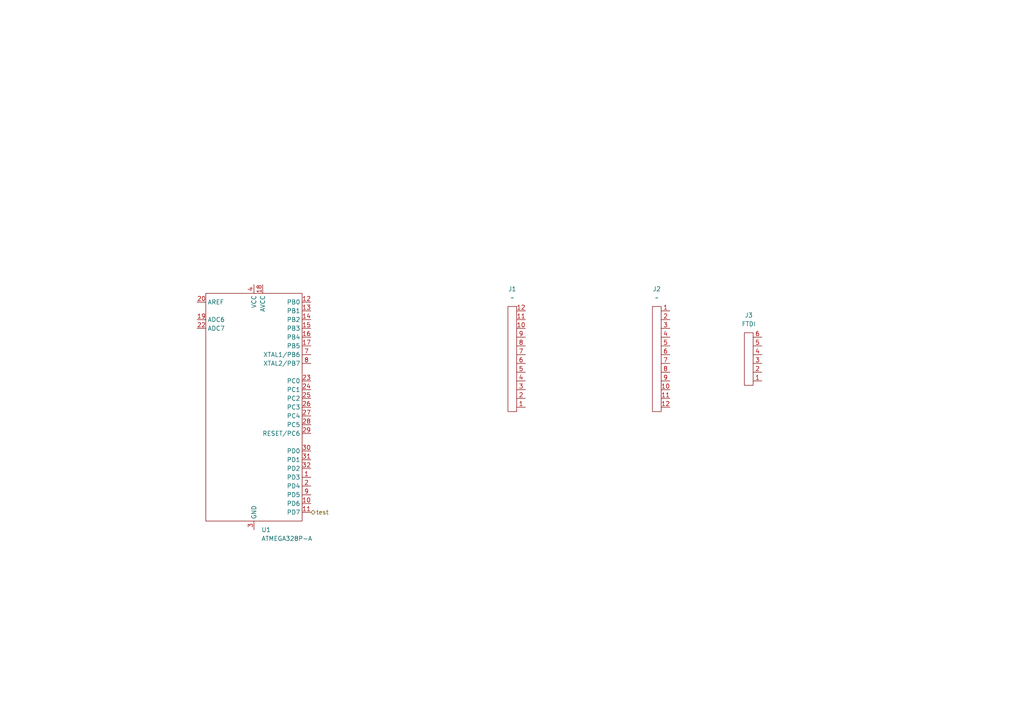
<source format=kicad_sch>
(kicad_sch (version 20250114) (generator "eeschema") (generator_version "9.0")
  (paper "A4")
  (lib_symbols
    (symbol "my_lib:ATMEGA328P-A"
      (property "Reference" "U1" (at 2.1433 -2.54 0))
      (property "Value" "ATMEGA328P-A" (at 2.1433 -5.08 0))
      (symbol "ATMEGA328P-A_0_1"
        (rectangle (start -13.97 66.04) (end 13.97 0))
      )
      (symbol "ATMEGA328P-A_1_1"
        (pin power_in line (at -16.51 63.5 0) (length 2.54) (name "AREF") (number "20"))
        (pin bidirectional line (at -16.51 58.42 0) (length 2.54) (name "ADC6") (number "19"))
        (pin bidirectional line (at -16.51 55.88 0) (length 2.54) (name "ADC7") (number "22"))
        (pin power_in line (at 0 68.58 270) (length 2.54) (name "VCC") (number "4"))
        (pin power_in line (at 0 -2.54 90) (length 2.54) (name "GND") (number "3"))
        (pin power_in line (at 2.54 68.58 270) (length 2.54) (name "AVCC") (number "18"))
        (pin bidirectional line (at 16.51 63.5 180) (length 2.54) (name "PB0") (number "12"))
        (pin bidirectional line (at 16.51 60.96 180) (length 2.54) (name "PB1") (number "13"))
        (pin bidirectional line (at 16.51 58.42 180) (length 2.54) (name "PB2") (number "14"))
        (pin bidirectional line (at 16.51 55.88 180) (length 2.54) (name "PB3") (number "15"))
        (pin bidirectional line (at 16.51 53.34 180) (length 2.54) (name "PB4") (number "16"))
        (pin bidirectional line (at 16.51 50.8 180) (length 2.54) (name "PB5") (number "17"))
        (pin input line (at 16.51 48.26 180) (length 2.54) (name "XTAL1/PB6") (number "7"))
        (pin output line (at 16.51 45.72 180) (length 2.54) (name "XTAL2/PB7") (number "8"))
        (pin bidirectional line (at 16.51 40.64 180) (length 2.54) (name "PC0") (number "23"))
        (pin bidirectional line (at 16.51 38.1 180) (length 2.54) (name "PC1") (number "24"))
        (pin bidirectional line (at 16.51 35.56 180) (length 2.54) (name "PC2") (number "25"))
        (pin bidirectional line (at 16.51 33.02 180) (length 2.54) (name "PC3") (number "26"))
        (pin bidirectional line (at 16.51 30.48 180) (length 2.54) (name "PC4") (number "27"))
        (pin bidirectional line (at 16.51 27.94 180) (length 2.54) (name "PC5") (number "28"))
        (pin input line (at 16.51 25.4 180) (length 2.54) (name "RESET/PC6") (number "29"))
        (pin input line (at 16.51 20.32 180) (length 2.54) (name "PD0") (number "30"))
        (pin output line (at 16.51 17.78 180) (length 2.54) (name "PD1") (number "31"))
        (pin bidirectional line (at 16.51 15.24 180) (length 2.54) (name "PD2") (number "32"))
        (pin bidirectional line (at 16.51 12.7 180) (length 2.54) (name "PD3") (number "1"))
        (pin bidirectional line (at 16.51 10.16 180) (length 2.54) (name "PD4") (number "2"))
        (pin bidirectional line (at 16.51 7.62 180) (length 2.54) (name "PD5") (number "9"))
        (pin bidirectional line (at 16.51 5.08 180) (length 2.54) (name "PD6") (number "10"))
        (pin bidirectional line (at 16.51 2.54 180) (length 2.54) (name "PD7") (number "11"))
      )
    )
    (symbol "my_lib:J1"
      (property "Reference" "J1" (at 0 0 0))
      (symbol "J1_0_1"
        (rectangle (start -1.27 -1.27) (end 1.27 -31.75))
      )
      (symbol "J1_1_1"
        (pin output line (at 3.81 -2.54 180) (length 2.54) (name "") (number "12"))
        (pin input line (at 3.81 -5.08 180) (length 2.54) (name "") (number "11"))
        (pin input line (at 3.81 -7.62 180) (length 2.54) (name "") (number "10"))
        (pin power_in line (at 3.81 -10.16 180) (length 2.54) (name "") (number "9"))
        (pin bidirectional line (at 3.81 -12.7 180) (length 2.54) (name "") (number "8"))
        (pin bidirectional line (at 3.81 -15.24 180) (length 2.54) (name "") (number "7"))
        (pin bidirectional line (at 3.81 -17.78 180) (length 2.54) (name "") (number "6"))
        (pin bidirectional line (at 3.81 -20.32 180) (length 2.54) (name "") (number "5"))
        (pin bidirectional line (at 3.81 -22.86 180) (length 2.54) (name "") (number "4"))
        (pin bidirectional line (at 3.81 -25.4 180) (length 2.54) (name "") (number "3"))
        (pin bidirectional line (at 3.81 -27.94 180) (length 2.54) (name "") (number "2"))
        (pin bidirectional line (at 3.81 -30.48 180) (length 2.54) (name "") (number "1"))
      )
    )
    (symbol "my_lib:J2"
      (property "Reference" "J2" (at 0 0 0))
      (symbol "J2_0_1"
        (rectangle (start -1.27 -1.27) (end 1.27 -31.75))
      )
      (symbol "J2_1_1"
        (pin power_in line (at 3.81 -2.54 180) (length 2.54) (name "") (number "1"))
        (pin power_in line (at 3.81 -5.08 180) (length 2.54) (name "") (number "2"))
        (pin input line (at 3.81 -7.62 180) (length 2.54) (name "") (number "3"))
        (pin power_in line (at 3.81 -10.16 180) (length 2.54) (name "") (number "4"))
        (pin bidirectional line (at 3.81 -12.7 180) (length 2.54) (name "") (number "5"))
        (pin bidirectional line (at 3.81 -15.24 180) (length 2.54) (name "") (number "6"))
        (pin bidirectional line (at 3.81 -17.78 180) (length 2.54) (name "") (number "7"))
        (pin bidirectional line (at 3.81 -20.32 180) (length 2.54) (name "") (number "8"))
        (pin input line (at 3.81 -22.86 180) (length 2.54) (name "") (number "9"))
        (pin output line (at 3.81 -25.4 180) (length 2.54) (name "") (number "10"))
        (pin input line (at 3.81 -27.94 180) (length 2.54) (name "") (number "11"))
        (pin bidirectional line (at 3.81 -30.48 180) (length 2.54) (name "") (number "12"))
      )
    )
    (symbol "my_lib:J3"
      (property "Reference" "J3" (at 0 0 0))
      (property "Value" "FTDI" (at 0 -1.778 0))
      (symbol "J3_0_1"
        (rectangle (start -1.27 -3.81) (end 1.27 -19.05))
      )
      (symbol "J3_1_1"
        (pin input line (at 3.81 -5.08 180) (length 2.54) (name "") (number "6"))
        (pin power_in line (at 3.81 -7.62 180) (length 2.54) (name "") (number "5"))
        (pin power_in line (at 3.81 -10.16 180) (length 2.54) (name "") (number "4"))
        (pin input line (at 3.81 -12.7 180) (length 2.54) (name "") (number "3"))
        (pin output line (at 3.81 -15.24 180) (length 2.54) (name "") (number "2"))
        (pin bidirectional line (at 3.81 -17.78 180) (length 2.54) (name "") (number "1"))
      )
    )
  )
  (hierarchical_label "test" (shape bidirectional) (at 90.17 148.59 0))
  (symbol (lib_id "my_lib:J1") (at 148.59 87.63 0) (unit 1)
    (property "Reference" "J1" (at 148.59 83.82 0))
    (property "Value" "~" (at 148.59 86.36 0))
  )
  (symbol (lib_id "my_lib:ATMEGA328P-A") (at 73.66 151.13 0) (unit 1)
    (property "Reference" "U1" (at 75.8033 153.67 0) (effects (justify left)))
    (property "Value" "ATMEGA328P-A" (at 75.8033 156.21 0) (effects (justify left)))
  )
  (symbol (lib_id "my_lib:J3") (at 217.17 92.71 0) (unit 1)
    (property "Reference" "J3" (at 217.17 91.44 0))
    (property "Value" "FTDI" (at 217.17 93.98 0))
  )
  (symbol (lib_id "my_lib:J2") (at 190.5 87.63 0) (unit 1)
    (property "Reference" "J2" (at 190.5 83.82 0))
    (property "Value" "~" (at 190.5 86.36 0))
  )
)
</source>
